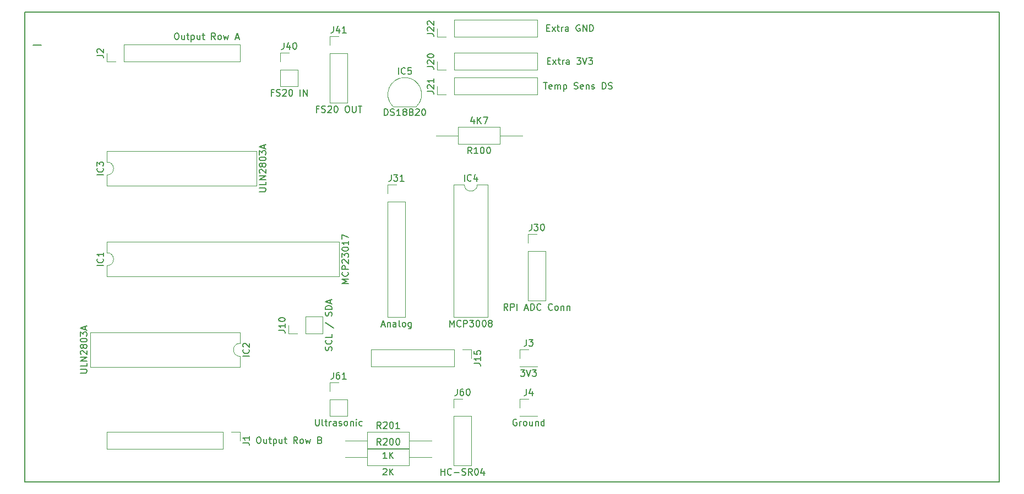
<source format=gbr>
G04 #@! TF.FileFunction,Legend,Top*
%FSLAX46Y46*%
G04 Gerber Fmt 4.6, Leading zero omitted, Abs format (unit mm)*
G04 Created by KiCad (PCBNEW 4.0.7) date Monday, 16. July 2018 'u49' 18:49:17*
%MOMM*%
%LPD*%
G01*
G04 APERTURE LIST*
%ADD10C,0.100000*%
%ADD11C,0.150000*%
%ADD12C,0.120000*%
G04 APERTURE END LIST*
D10*
D11*
X194310000Y-25400000D02*
X50800000Y-25400000D01*
X44450000Y-25400000D02*
X194310000Y-25400000D01*
X44450000Y-26670000D02*
X44450000Y-25400000D01*
X44450000Y-27940000D02*
X44450000Y-26670000D01*
X44450000Y-97790000D02*
X44450000Y-27940000D01*
X194310000Y-97790000D02*
X44450000Y-97790000D01*
X194310000Y-25400000D02*
X194310000Y-97790000D01*
X45720000Y-30480000D02*
X46990000Y-30480000D01*
D12*
X57090000Y-62500000D02*
G75*
G02X57090000Y-64500000I0J-1000000D01*
G01*
X57090000Y-64500000D02*
X57090000Y-66150000D01*
X57090000Y-66150000D02*
X92770000Y-66150000D01*
X92770000Y-66150000D02*
X92770000Y-60850000D01*
X92770000Y-60850000D02*
X57090000Y-60850000D01*
X57090000Y-60850000D02*
X57090000Y-62500000D01*
X77530000Y-78470000D02*
G75*
G02X77530000Y-76470000I0J1000000D01*
G01*
X77530000Y-76470000D02*
X77530000Y-74820000D01*
X77530000Y-74820000D02*
X54550000Y-74820000D01*
X54550000Y-74820000D02*
X54550000Y-80120000D01*
X54550000Y-80120000D02*
X77530000Y-80120000D01*
X77530000Y-80120000D02*
X77530000Y-78470000D01*
X57090000Y-48530000D02*
G75*
G02X57090000Y-50530000I0J-1000000D01*
G01*
X57090000Y-50530000D02*
X57090000Y-52180000D01*
X57090000Y-52180000D02*
X80070000Y-52180000D01*
X80070000Y-52180000D02*
X80070000Y-46880000D01*
X80070000Y-46880000D02*
X57090000Y-46880000D01*
X57090000Y-46880000D02*
X57090000Y-48530000D01*
X114030000Y-52010000D02*
G75*
G02X112030000Y-52010000I-1000000J0D01*
G01*
X112030000Y-52010000D02*
X110380000Y-52010000D01*
X110380000Y-52010000D02*
X110380000Y-72450000D01*
X110380000Y-72450000D02*
X115680000Y-72450000D01*
X115680000Y-72450000D02*
X115680000Y-52010000D01*
X115680000Y-52010000D02*
X114030000Y-52010000D01*
X101070000Y-39950000D02*
X104670000Y-39950000D01*
X101031522Y-39938478D02*
G75*
G02X102870000Y-35500000I1838478J1838478D01*
G01*
X104708478Y-39938478D02*
G75*
G03X102870000Y-35500000I-1838478J1838478D01*
G01*
X57090000Y-90110000D02*
X57090000Y-92770000D01*
X74930000Y-90110000D02*
X57090000Y-90110000D01*
X74930000Y-92770000D02*
X57090000Y-92770000D01*
X74930000Y-90110000D02*
X74930000Y-92770000D01*
X76200000Y-90110000D02*
X77530000Y-90110000D01*
X77530000Y-90110000D02*
X77530000Y-91440000D01*
X77530000Y-33080000D02*
X77530000Y-30420000D01*
X59690000Y-33080000D02*
X77530000Y-33080000D01*
X59690000Y-30420000D02*
X77530000Y-30420000D01*
X59690000Y-33080000D02*
X59690000Y-30420000D01*
X58420000Y-33080000D02*
X57090000Y-33080000D01*
X57090000Y-33080000D02*
X57090000Y-31750000D01*
X120590000Y-80070000D02*
X123250000Y-80070000D01*
X120590000Y-80010000D02*
X120590000Y-80070000D01*
X123250000Y-80010000D02*
X123250000Y-80070000D01*
X120590000Y-80010000D02*
X123250000Y-80010000D01*
X120590000Y-78740000D02*
X120590000Y-77410000D01*
X120590000Y-77410000D02*
X121920000Y-77410000D01*
X90230000Y-74990000D02*
X90230000Y-72330000D01*
X87630000Y-74990000D02*
X90230000Y-74990000D01*
X87630000Y-72330000D02*
X90230000Y-72330000D01*
X87630000Y-74990000D02*
X87630000Y-72330000D01*
X86360000Y-74990000D02*
X85030000Y-74990000D01*
X85030000Y-74990000D02*
X85030000Y-73660000D01*
X97730000Y-77410000D02*
X97730000Y-80070000D01*
X110490000Y-77410000D02*
X97730000Y-77410000D01*
X110490000Y-80070000D02*
X97730000Y-80070000D01*
X110490000Y-77410000D02*
X110490000Y-80070000D01*
X111760000Y-77410000D02*
X113090000Y-77410000D01*
X113090000Y-77410000D02*
X113090000Y-78740000D01*
X123250000Y-34350000D02*
X123250000Y-31690000D01*
X110490000Y-34350000D02*
X123250000Y-34350000D01*
X110490000Y-31690000D02*
X123250000Y-31690000D01*
X110490000Y-34350000D02*
X110490000Y-31690000D01*
X109220000Y-34350000D02*
X107890000Y-34350000D01*
X107890000Y-34350000D02*
X107890000Y-33020000D01*
X123250000Y-38160000D02*
X123250000Y-35500000D01*
X110490000Y-38160000D02*
X123250000Y-38160000D01*
X110490000Y-35500000D02*
X123250000Y-35500000D01*
X110490000Y-38160000D02*
X110490000Y-35500000D01*
X109220000Y-38160000D02*
X107890000Y-38160000D01*
X107890000Y-38160000D02*
X107890000Y-36830000D01*
X123250000Y-29270000D02*
X123250000Y-26610000D01*
X110490000Y-29270000D02*
X123250000Y-29270000D01*
X110490000Y-26610000D02*
X123250000Y-26610000D01*
X110490000Y-29270000D02*
X110490000Y-26610000D01*
X109220000Y-29270000D02*
X107890000Y-29270000D01*
X107890000Y-29270000D02*
X107890000Y-27940000D01*
X121860000Y-69910000D02*
X124520000Y-69910000D01*
X121860000Y-62230000D02*
X121860000Y-69910000D01*
X124520000Y-62230000D02*
X124520000Y-69910000D01*
X121860000Y-62230000D02*
X124520000Y-62230000D01*
X121860000Y-60960000D02*
X121860000Y-59630000D01*
X121860000Y-59630000D02*
X123190000Y-59630000D01*
X100270000Y-72450000D02*
X102930000Y-72450000D01*
X100270000Y-54610000D02*
X100270000Y-72450000D01*
X102930000Y-54610000D02*
X102930000Y-72450000D01*
X100270000Y-54610000D02*
X102930000Y-54610000D01*
X100270000Y-53340000D02*
X100270000Y-52010000D01*
X100270000Y-52010000D02*
X101600000Y-52010000D01*
X83760000Y-36890000D02*
X86420000Y-36890000D01*
X83760000Y-34290000D02*
X83760000Y-36890000D01*
X86420000Y-34290000D02*
X86420000Y-36890000D01*
X83760000Y-34290000D02*
X86420000Y-34290000D01*
X83760000Y-33020000D02*
X83760000Y-31690000D01*
X83760000Y-31690000D02*
X85090000Y-31690000D01*
X91380000Y-31750000D02*
X91380000Y-39430000D01*
X91380000Y-39430000D02*
X94040000Y-39430000D01*
X94040000Y-39430000D02*
X94040000Y-31750000D01*
X94040000Y-31750000D02*
X91380000Y-31750000D01*
X91380000Y-30480000D02*
X91380000Y-29150000D01*
X91380000Y-29150000D02*
X92710000Y-29150000D01*
X110430000Y-95310000D02*
X113090000Y-95310000D01*
X110430000Y-87630000D02*
X110430000Y-95310000D01*
X113090000Y-87630000D02*
X113090000Y-95310000D01*
X110430000Y-87630000D02*
X113090000Y-87630000D01*
X110430000Y-86360000D02*
X110430000Y-85030000D01*
X110430000Y-85030000D02*
X111760000Y-85030000D01*
X91380000Y-87690000D02*
X94040000Y-87690000D01*
X91380000Y-85090000D02*
X91380000Y-87690000D01*
X94040000Y-85090000D02*
X94040000Y-87690000D01*
X91380000Y-85090000D02*
X94040000Y-85090000D01*
X91380000Y-83820000D02*
X91380000Y-82490000D01*
X91380000Y-82490000D02*
X92710000Y-82490000D01*
X117510000Y-45760000D02*
X117510000Y-43140000D01*
X117510000Y-43140000D02*
X111090000Y-43140000D01*
X111090000Y-43140000D02*
X111090000Y-45760000D01*
X111090000Y-45760000D02*
X117510000Y-45760000D01*
X120940000Y-44450000D02*
X117510000Y-44450000D01*
X107660000Y-44450000D02*
X111090000Y-44450000D01*
X97120000Y-92670000D02*
X97120000Y-95290000D01*
X97120000Y-95290000D02*
X103540000Y-95290000D01*
X103540000Y-95290000D02*
X103540000Y-92670000D01*
X103540000Y-92670000D02*
X97120000Y-92670000D01*
X93690000Y-93980000D02*
X97120000Y-93980000D01*
X106970000Y-93980000D02*
X103540000Y-93980000D01*
X97120000Y-90130000D02*
X97120000Y-92750000D01*
X97120000Y-92750000D02*
X103540000Y-92750000D01*
X103540000Y-92750000D02*
X103540000Y-90130000D01*
X103540000Y-90130000D02*
X97120000Y-90130000D01*
X93690000Y-91440000D02*
X97120000Y-91440000D01*
X106970000Y-91440000D02*
X103540000Y-91440000D01*
X120590000Y-87690000D02*
X123250000Y-87690000D01*
X120590000Y-87630000D02*
X120590000Y-87690000D01*
X123250000Y-87630000D02*
X123250000Y-87690000D01*
X120590000Y-87630000D02*
X123250000Y-87630000D01*
X120590000Y-86360000D02*
X120590000Y-85030000D01*
X120590000Y-85030000D02*
X121920000Y-85030000D01*
D11*
X56542381Y-64476190D02*
X55542381Y-64476190D01*
X56447143Y-63428571D02*
X56494762Y-63476190D01*
X56542381Y-63619047D01*
X56542381Y-63714285D01*
X56494762Y-63857143D01*
X56399524Y-63952381D01*
X56304286Y-64000000D01*
X56113810Y-64047619D01*
X55970952Y-64047619D01*
X55780476Y-64000000D01*
X55685238Y-63952381D01*
X55590000Y-63857143D01*
X55542381Y-63714285D01*
X55542381Y-63619047D01*
X55590000Y-63476190D01*
X55637619Y-63428571D01*
X56542381Y-62476190D02*
X56542381Y-63047619D01*
X56542381Y-62761905D02*
X55542381Y-62761905D01*
X55685238Y-62857143D01*
X55780476Y-62952381D01*
X55828095Y-63047619D01*
X94222381Y-67214286D02*
X93222381Y-67214286D01*
X93936667Y-66880952D01*
X93222381Y-66547619D01*
X94222381Y-66547619D01*
X94127143Y-65500000D02*
X94174762Y-65547619D01*
X94222381Y-65690476D01*
X94222381Y-65785714D01*
X94174762Y-65928572D01*
X94079524Y-66023810D01*
X93984286Y-66071429D01*
X93793810Y-66119048D01*
X93650952Y-66119048D01*
X93460476Y-66071429D01*
X93365238Y-66023810D01*
X93270000Y-65928572D01*
X93222381Y-65785714D01*
X93222381Y-65690476D01*
X93270000Y-65547619D01*
X93317619Y-65500000D01*
X94222381Y-65071429D02*
X93222381Y-65071429D01*
X93222381Y-64690476D01*
X93270000Y-64595238D01*
X93317619Y-64547619D01*
X93412857Y-64500000D01*
X93555714Y-64500000D01*
X93650952Y-64547619D01*
X93698571Y-64595238D01*
X93746190Y-64690476D01*
X93746190Y-65071429D01*
X93317619Y-64119048D02*
X93270000Y-64071429D01*
X93222381Y-63976191D01*
X93222381Y-63738095D01*
X93270000Y-63642857D01*
X93317619Y-63595238D01*
X93412857Y-63547619D01*
X93508095Y-63547619D01*
X93650952Y-63595238D01*
X94222381Y-64166667D01*
X94222381Y-63547619D01*
X93222381Y-63214286D02*
X93222381Y-62595238D01*
X93603333Y-62928572D01*
X93603333Y-62785714D01*
X93650952Y-62690476D01*
X93698571Y-62642857D01*
X93793810Y-62595238D01*
X94031905Y-62595238D01*
X94127143Y-62642857D01*
X94174762Y-62690476D01*
X94222381Y-62785714D01*
X94222381Y-63071429D01*
X94174762Y-63166667D01*
X94127143Y-63214286D01*
X93222381Y-61976191D02*
X93222381Y-61880952D01*
X93270000Y-61785714D01*
X93317619Y-61738095D01*
X93412857Y-61690476D01*
X93603333Y-61642857D01*
X93841429Y-61642857D01*
X94031905Y-61690476D01*
X94127143Y-61738095D01*
X94174762Y-61785714D01*
X94222381Y-61880952D01*
X94222381Y-61976191D01*
X94174762Y-62071429D01*
X94127143Y-62119048D01*
X94031905Y-62166667D01*
X93841429Y-62214286D01*
X93603333Y-62214286D01*
X93412857Y-62166667D01*
X93317619Y-62119048D01*
X93270000Y-62071429D01*
X93222381Y-61976191D01*
X94222381Y-60690476D02*
X94222381Y-61261905D01*
X94222381Y-60976191D02*
X93222381Y-60976191D01*
X93365238Y-61071429D01*
X93460476Y-61166667D01*
X93508095Y-61261905D01*
X93222381Y-60357143D02*
X93222381Y-59690476D01*
X94222381Y-60119048D01*
X78982381Y-78446190D02*
X77982381Y-78446190D01*
X78887143Y-77398571D02*
X78934762Y-77446190D01*
X78982381Y-77589047D01*
X78982381Y-77684285D01*
X78934762Y-77827143D01*
X78839524Y-77922381D01*
X78744286Y-77970000D01*
X78553810Y-78017619D01*
X78410952Y-78017619D01*
X78220476Y-77970000D01*
X78125238Y-77922381D01*
X78030000Y-77827143D01*
X77982381Y-77684285D01*
X77982381Y-77589047D01*
X78030000Y-77446190D01*
X78077619Y-77398571D01*
X78077619Y-77017619D02*
X78030000Y-76970000D01*
X77982381Y-76874762D01*
X77982381Y-76636666D01*
X78030000Y-76541428D01*
X78077619Y-76493809D01*
X78172857Y-76446190D01*
X78268095Y-76446190D01*
X78410952Y-76493809D01*
X78982381Y-77065238D01*
X78982381Y-76446190D01*
X53002381Y-81017619D02*
X53811905Y-81017619D01*
X53907143Y-80970000D01*
X53954762Y-80922381D01*
X54002381Y-80827143D01*
X54002381Y-80636666D01*
X53954762Y-80541428D01*
X53907143Y-80493809D01*
X53811905Y-80446190D01*
X53002381Y-80446190D01*
X54002381Y-79493809D02*
X54002381Y-79970000D01*
X53002381Y-79970000D01*
X54002381Y-79160476D02*
X53002381Y-79160476D01*
X54002381Y-78589047D01*
X53002381Y-78589047D01*
X53097619Y-78160476D02*
X53050000Y-78112857D01*
X53002381Y-78017619D01*
X53002381Y-77779523D01*
X53050000Y-77684285D01*
X53097619Y-77636666D01*
X53192857Y-77589047D01*
X53288095Y-77589047D01*
X53430952Y-77636666D01*
X54002381Y-78208095D01*
X54002381Y-77589047D01*
X53430952Y-77017619D02*
X53383333Y-77112857D01*
X53335714Y-77160476D01*
X53240476Y-77208095D01*
X53192857Y-77208095D01*
X53097619Y-77160476D01*
X53050000Y-77112857D01*
X53002381Y-77017619D01*
X53002381Y-76827142D01*
X53050000Y-76731904D01*
X53097619Y-76684285D01*
X53192857Y-76636666D01*
X53240476Y-76636666D01*
X53335714Y-76684285D01*
X53383333Y-76731904D01*
X53430952Y-76827142D01*
X53430952Y-77017619D01*
X53478571Y-77112857D01*
X53526190Y-77160476D01*
X53621429Y-77208095D01*
X53811905Y-77208095D01*
X53907143Y-77160476D01*
X53954762Y-77112857D01*
X54002381Y-77017619D01*
X54002381Y-76827142D01*
X53954762Y-76731904D01*
X53907143Y-76684285D01*
X53811905Y-76636666D01*
X53621429Y-76636666D01*
X53526190Y-76684285D01*
X53478571Y-76731904D01*
X53430952Y-76827142D01*
X53002381Y-76017619D02*
X53002381Y-75922380D01*
X53050000Y-75827142D01*
X53097619Y-75779523D01*
X53192857Y-75731904D01*
X53383333Y-75684285D01*
X53621429Y-75684285D01*
X53811905Y-75731904D01*
X53907143Y-75779523D01*
X53954762Y-75827142D01*
X54002381Y-75922380D01*
X54002381Y-76017619D01*
X53954762Y-76112857D01*
X53907143Y-76160476D01*
X53811905Y-76208095D01*
X53621429Y-76255714D01*
X53383333Y-76255714D01*
X53192857Y-76208095D01*
X53097619Y-76160476D01*
X53050000Y-76112857D01*
X53002381Y-76017619D01*
X53002381Y-75350952D02*
X53002381Y-74731904D01*
X53383333Y-75065238D01*
X53383333Y-74922380D01*
X53430952Y-74827142D01*
X53478571Y-74779523D01*
X53573810Y-74731904D01*
X53811905Y-74731904D01*
X53907143Y-74779523D01*
X53954762Y-74827142D01*
X54002381Y-74922380D01*
X54002381Y-75208095D01*
X53954762Y-75303333D01*
X53907143Y-75350952D01*
X53716667Y-74350952D02*
X53716667Y-73874761D01*
X54002381Y-74446190D02*
X53002381Y-74112857D01*
X54002381Y-73779523D01*
X56542381Y-50506190D02*
X55542381Y-50506190D01*
X56447143Y-49458571D02*
X56494762Y-49506190D01*
X56542381Y-49649047D01*
X56542381Y-49744285D01*
X56494762Y-49887143D01*
X56399524Y-49982381D01*
X56304286Y-50030000D01*
X56113810Y-50077619D01*
X55970952Y-50077619D01*
X55780476Y-50030000D01*
X55685238Y-49982381D01*
X55590000Y-49887143D01*
X55542381Y-49744285D01*
X55542381Y-49649047D01*
X55590000Y-49506190D01*
X55637619Y-49458571D01*
X55542381Y-49125238D02*
X55542381Y-48506190D01*
X55923333Y-48839524D01*
X55923333Y-48696666D01*
X55970952Y-48601428D01*
X56018571Y-48553809D01*
X56113810Y-48506190D01*
X56351905Y-48506190D01*
X56447143Y-48553809D01*
X56494762Y-48601428D01*
X56542381Y-48696666D01*
X56542381Y-48982381D01*
X56494762Y-49077619D01*
X56447143Y-49125238D01*
X80522381Y-53077619D02*
X81331905Y-53077619D01*
X81427143Y-53030000D01*
X81474762Y-52982381D01*
X81522381Y-52887143D01*
X81522381Y-52696666D01*
X81474762Y-52601428D01*
X81427143Y-52553809D01*
X81331905Y-52506190D01*
X80522381Y-52506190D01*
X81522381Y-51553809D02*
X81522381Y-52030000D01*
X80522381Y-52030000D01*
X81522381Y-51220476D02*
X80522381Y-51220476D01*
X81522381Y-50649047D01*
X80522381Y-50649047D01*
X80617619Y-50220476D02*
X80570000Y-50172857D01*
X80522381Y-50077619D01*
X80522381Y-49839523D01*
X80570000Y-49744285D01*
X80617619Y-49696666D01*
X80712857Y-49649047D01*
X80808095Y-49649047D01*
X80950952Y-49696666D01*
X81522381Y-50268095D01*
X81522381Y-49649047D01*
X80950952Y-49077619D02*
X80903333Y-49172857D01*
X80855714Y-49220476D01*
X80760476Y-49268095D01*
X80712857Y-49268095D01*
X80617619Y-49220476D01*
X80570000Y-49172857D01*
X80522381Y-49077619D01*
X80522381Y-48887142D01*
X80570000Y-48791904D01*
X80617619Y-48744285D01*
X80712857Y-48696666D01*
X80760476Y-48696666D01*
X80855714Y-48744285D01*
X80903333Y-48791904D01*
X80950952Y-48887142D01*
X80950952Y-49077619D01*
X80998571Y-49172857D01*
X81046190Y-49220476D01*
X81141429Y-49268095D01*
X81331905Y-49268095D01*
X81427143Y-49220476D01*
X81474762Y-49172857D01*
X81522381Y-49077619D01*
X81522381Y-48887142D01*
X81474762Y-48791904D01*
X81427143Y-48744285D01*
X81331905Y-48696666D01*
X81141429Y-48696666D01*
X81046190Y-48744285D01*
X80998571Y-48791904D01*
X80950952Y-48887142D01*
X80522381Y-48077619D02*
X80522381Y-47982380D01*
X80570000Y-47887142D01*
X80617619Y-47839523D01*
X80712857Y-47791904D01*
X80903333Y-47744285D01*
X81141429Y-47744285D01*
X81331905Y-47791904D01*
X81427143Y-47839523D01*
X81474762Y-47887142D01*
X81522381Y-47982380D01*
X81522381Y-48077619D01*
X81474762Y-48172857D01*
X81427143Y-48220476D01*
X81331905Y-48268095D01*
X81141429Y-48315714D01*
X80903333Y-48315714D01*
X80712857Y-48268095D01*
X80617619Y-48220476D01*
X80570000Y-48172857D01*
X80522381Y-48077619D01*
X80522381Y-47410952D02*
X80522381Y-46791904D01*
X80903333Y-47125238D01*
X80903333Y-46982380D01*
X80950952Y-46887142D01*
X80998571Y-46839523D01*
X81093810Y-46791904D01*
X81331905Y-46791904D01*
X81427143Y-46839523D01*
X81474762Y-46887142D01*
X81522381Y-46982380D01*
X81522381Y-47268095D01*
X81474762Y-47363333D01*
X81427143Y-47410952D01*
X81236667Y-46410952D02*
X81236667Y-45934761D01*
X81522381Y-46506190D02*
X80522381Y-46172857D01*
X81522381Y-45839523D01*
X112053810Y-51462381D02*
X112053810Y-50462381D01*
X113101429Y-51367143D02*
X113053810Y-51414762D01*
X112910953Y-51462381D01*
X112815715Y-51462381D01*
X112672857Y-51414762D01*
X112577619Y-51319524D01*
X112530000Y-51224286D01*
X112482381Y-51033810D01*
X112482381Y-50890952D01*
X112530000Y-50700476D01*
X112577619Y-50605238D01*
X112672857Y-50510000D01*
X112815715Y-50462381D01*
X112910953Y-50462381D01*
X113053810Y-50510000D01*
X113101429Y-50557619D01*
X113958572Y-50795714D02*
X113958572Y-51462381D01*
X113720476Y-50414762D02*
X113482381Y-51129048D01*
X114101429Y-51129048D01*
X109791905Y-73902381D02*
X109791905Y-72902381D01*
X110125239Y-73616667D01*
X110458572Y-72902381D01*
X110458572Y-73902381D01*
X111506191Y-73807143D02*
X111458572Y-73854762D01*
X111315715Y-73902381D01*
X111220477Y-73902381D01*
X111077619Y-73854762D01*
X110982381Y-73759524D01*
X110934762Y-73664286D01*
X110887143Y-73473810D01*
X110887143Y-73330952D01*
X110934762Y-73140476D01*
X110982381Y-73045238D01*
X111077619Y-72950000D01*
X111220477Y-72902381D01*
X111315715Y-72902381D01*
X111458572Y-72950000D01*
X111506191Y-72997619D01*
X111934762Y-73902381D02*
X111934762Y-72902381D01*
X112315715Y-72902381D01*
X112410953Y-72950000D01*
X112458572Y-72997619D01*
X112506191Y-73092857D01*
X112506191Y-73235714D01*
X112458572Y-73330952D01*
X112410953Y-73378571D01*
X112315715Y-73426190D01*
X111934762Y-73426190D01*
X112839524Y-72902381D02*
X113458572Y-72902381D01*
X113125238Y-73283333D01*
X113268096Y-73283333D01*
X113363334Y-73330952D01*
X113410953Y-73378571D01*
X113458572Y-73473810D01*
X113458572Y-73711905D01*
X113410953Y-73807143D01*
X113363334Y-73854762D01*
X113268096Y-73902381D01*
X112982381Y-73902381D01*
X112887143Y-73854762D01*
X112839524Y-73807143D01*
X114077619Y-72902381D02*
X114172858Y-72902381D01*
X114268096Y-72950000D01*
X114315715Y-72997619D01*
X114363334Y-73092857D01*
X114410953Y-73283333D01*
X114410953Y-73521429D01*
X114363334Y-73711905D01*
X114315715Y-73807143D01*
X114268096Y-73854762D01*
X114172858Y-73902381D01*
X114077619Y-73902381D01*
X113982381Y-73854762D01*
X113934762Y-73807143D01*
X113887143Y-73711905D01*
X113839524Y-73521429D01*
X113839524Y-73283333D01*
X113887143Y-73092857D01*
X113934762Y-72997619D01*
X113982381Y-72950000D01*
X114077619Y-72902381D01*
X115030000Y-72902381D02*
X115125239Y-72902381D01*
X115220477Y-72950000D01*
X115268096Y-72997619D01*
X115315715Y-73092857D01*
X115363334Y-73283333D01*
X115363334Y-73521429D01*
X115315715Y-73711905D01*
X115268096Y-73807143D01*
X115220477Y-73854762D01*
X115125239Y-73902381D01*
X115030000Y-73902381D01*
X114934762Y-73854762D01*
X114887143Y-73807143D01*
X114839524Y-73711905D01*
X114791905Y-73521429D01*
X114791905Y-73283333D01*
X114839524Y-73092857D01*
X114887143Y-72997619D01*
X114934762Y-72950000D01*
X115030000Y-72902381D01*
X115934762Y-73330952D02*
X115839524Y-73283333D01*
X115791905Y-73235714D01*
X115744286Y-73140476D01*
X115744286Y-73092857D01*
X115791905Y-72997619D01*
X115839524Y-72950000D01*
X115934762Y-72902381D01*
X116125239Y-72902381D01*
X116220477Y-72950000D01*
X116268096Y-72997619D01*
X116315715Y-73092857D01*
X116315715Y-73140476D01*
X116268096Y-73235714D01*
X116220477Y-73283333D01*
X116125239Y-73330952D01*
X115934762Y-73330952D01*
X115839524Y-73378571D01*
X115791905Y-73426190D01*
X115744286Y-73521429D01*
X115744286Y-73711905D01*
X115791905Y-73807143D01*
X115839524Y-73854762D01*
X115934762Y-73902381D01*
X116125239Y-73902381D01*
X116220477Y-73854762D01*
X116268096Y-73807143D01*
X116315715Y-73711905D01*
X116315715Y-73521429D01*
X116268096Y-73426190D01*
X116220477Y-73378571D01*
X116125239Y-73330952D01*
X101893810Y-34992381D02*
X101893810Y-33992381D01*
X102941429Y-34897143D02*
X102893810Y-34944762D01*
X102750953Y-34992381D01*
X102655715Y-34992381D01*
X102512857Y-34944762D01*
X102417619Y-34849524D01*
X102370000Y-34754286D01*
X102322381Y-34563810D01*
X102322381Y-34420952D01*
X102370000Y-34230476D01*
X102417619Y-34135238D01*
X102512857Y-34040000D01*
X102655715Y-33992381D01*
X102750953Y-33992381D01*
X102893810Y-34040000D01*
X102941429Y-34087619D01*
X103846191Y-33992381D02*
X103370000Y-33992381D01*
X103322381Y-34468571D01*
X103370000Y-34420952D01*
X103465238Y-34373333D01*
X103703334Y-34373333D01*
X103798572Y-34420952D01*
X103846191Y-34468571D01*
X103893810Y-34563810D01*
X103893810Y-34801905D01*
X103846191Y-34897143D01*
X103798572Y-34944762D01*
X103703334Y-34992381D01*
X103465238Y-34992381D01*
X103370000Y-34944762D01*
X103322381Y-34897143D01*
X99727143Y-41342381D02*
X99727143Y-40342381D01*
X99965238Y-40342381D01*
X100108096Y-40390000D01*
X100203334Y-40485238D01*
X100250953Y-40580476D01*
X100298572Y-40770952D01*
X100298572Y-40913810D01*
X100250953Y-41104286D01*
X100203334Y-41199524D01*
X100108096Y-41294762D01*
X99965238Y-41342381D01*
X99727143Y-41342381D01*
X100679524Y-41294762D02*
X100822381Y-41342381D01*
X101060477Y-41342381D01*
X101155715Y-41294762D01*
X101203334Y-41247143D01*
X101250953Y-41151905D01*
X101250953Y-41056667D01*
X101203334Y-40961429D01*
X101155715Y-40913810D01*
X101060477Y-40866190D01*
X100870000Y-40818571D01*
X100774762Y-40770952D01*
X100727143Y-40723333D01*
X100679524Y-40628095D01*
X100679524Y-40532857D01*
X100727143Y-40437619D01*
X100774762Y-40390000D01*
X100870000Y-40342381D01*
X101108096Y-40342381D01*
X101250953Y-40390000D01*
X102203334Y-41342381D02*
X101631905Y-41342381D01*
X101917619Y-41342381D02*
X101917619Y-40342381D01*
X101822381Y-40485238D01*
X101727143Y-40580476D01*
X101631905Y-40628095D01*
X102774762Y-40770952D02*
X102679524Y-40723333D01*
X102631905Y-40675714D01*
X102584286Y-40580476D01*
X102584286Y-40532857D01*
X102631905Y-40437619D01*
X102679524Y-40390000D01*
X102774762Y-40342381D01*
X102965239Y-40342381D01*
X103060477Y-40390000D01*
X103108096Y-40437619D01*
X103155715Y-40532857D01*
X103155715Y-40580476D01*
X103108096Y-40675714D01*
X103060477Y-40723333D01*
X102965239Y-40770952D01*
X102774762Y-40770952D01*
X102679524Y-40818571D01*
X102631905Y-40866190D01*
X102584286Y-40961429D01*
X102584286Y-41151905D01*
X102631905Y-41247143D01*
X102679524Y-41294762D01*
X102774762Y-41342381D01*
X102965239Y-41342381D01*
X103060477Y-41294762D01*
X103108096Y-41247143D01*
X103155715Y-41151905D01*
X103155715Y-40961429D01*
X103108096Y-40866190D01*
X103060477Y-40818571D01*
X102965239Y-40770952D01*
X103917620Y-40818571D02*
X104060477Y-40866190D01*
X104108096Y-40913810D01*
X104155715Y-41009048D01*
X104155715Y-41151905D01*
X104108096Y-41247143D01*
X104060477Y-41294762D01*
X103965239Y-41342381D01*
X103584286Y-41342381D01*
X103584286Y-40342381D01*
X103917620Y-40342381D01*
X104012858Y-40390000D01*
X104060477Y-40437619D01*
X104108096Y-40532857D01*
X104108096Y-40628095D01*
X104060477Y-40723333D01*
X104012858Y-40770952D01*
X103917620Y-40818571D01*
X103584286Y-40818571D01*
X104536667Y-40437619D02*
X104584286Y-40390000D01*
X104679524Y-40342381D01*
X104917620Y-40342381D01*
X105012858Y-40390000D01*
X105060477Y-40437619D01*
X105108096Y-40532857D01*
X105108096Y-40628095D01*
X105060477Y-40770952D01*
X104489048Y-41342381D01*
X105108096Y-41342381D01*
X105727143Y-40342381D02*
X105822382Y-40342381D01*
X105917620Y-40390000D01*
X105965239Y-40437619D01*
X106012858Y-40532857D01*
X106060477Y-40723333D01*
X106060477Y-40961429D01*
X106012858Y-41151905D01*
X105965239Y-41247143D01*
X105917620Y-41294762D01*
X105822382Y-41342381D01*
X105727143Y-41342381D01*
X105631905Y-41294762D01*
X105584286Y-41247143D01*
X105536667Y-41151905D01*
X105489048Y-40961429D01*
X105489048Y-40723333D01*
X105536667Y-40532857D01*
X105584286Y-40437619D01*
X105631905Y-40390000D01*
X105727143Y-40342381D01*
X101893810Y-34992381D02*
X101893810Y-33992381D01*
X102941429Y-34897143D02*
X102893810Y-34944762D01*
X102750953Y-34992381D01*
X102655715Y-34992381D01*
X102512857Y-34944762D01*
X102417619Y-34849524D01*
X102370000Y-34754286D01*
X102322381Y-34563810D01*
X102322381Y-34420952D01*
X102370000Y-34230476D01*
X102417619Y-34135238D01*
X102512857Y-34040000D01*
X102655715Y-33992381D01*
X102750953Y-33992381D01*
X102893810Y-34040000D01*
X102941429Y-34087619D01*
X103846191Y-33992381D02*
X103370000Y-33992381D01*
X103322381Y-34468571D01*
X103370000Y-34420952D01*
X103465238Y-34373333D01*
X103703334Y-34373333D01*
X103798572Y-34420952D01*
X103846191Y-34468571D01*
X103893810Y-34563810D01*
X103893810Y-34801905D01*
X103846191Y-34897143D01*
X103798572Y-34944762D01*
X103703334Y-34992381D01*
X103465238Y-34992381D01*
X103370000Y-34944762D01*
X103322381Y-34897143D01*
X77982381Y-91773333D02*
X78696667Y-91773333D01*
X78839524Y-91820953D01*
X78934762Y-91916191D01*
X78982381Y-92059048D01*
X78982381Y-92154286D01*
X78982381Y-90773333D02*
X78982381Y-91344762D01*
X78982381Y-91059048D02*
X77982381Y-91059048D01*
X78125238Y-91154286D01*
X78220476Y-91249524D01*
X78268095Y-91344762D01*
X80328094Y-90892381D02*
X80518571Y-90892381D01*
X80613809Y-90940000D01*
X80709047Y-91035238D01*
X80756666Y-91225714D01*
X80756666Y-91559048D01*
X80709047Y-91749524D01*
X80613809Y-91844762D01*
X80518571Y-91892381D01*
X80328094Y-91892381D01*
X80232856Y-91844762D01*
X80137618Y-91749524D01*
X80089999Y-91559048D01*
X80089999Y-91225714D01*
X80137618Y-91035238D01*
X80232856Y-90940000D01*
X80328094Y-90892381D01*
X81613809Y-91225714D02*
X81613809Y-91892381D01*
X81185237Y-91225714D02*
X81185237Y-91749524D01*
X81232856Y-91844762D01*
X81328094Y-91892381D01*
X81470952Y-91892381D01*
X81566190Y-91844762D01*
X81613809Y-91797143D01*
X81947142Y-91225714D02*
X82328094Y-91225714D01*
X82089999Y-90892381D02*
X82089999Y-91749524D01*
X82137618Y-91844762D01*
X82232856Y-91892381D01*
X82328094Y-91892381D01*
X82661428Y-91225714D02*
X82661428Y-92225714D01*
X82661428Y-91273333D02*
X82756666Y-91225714D01*
X82947143Y-91225714D01*
X83042381Y-91273333D01*
X83090000Y-91320952D01*
X83137619Y-91416190D01*
X83137619Y-91701905D01*
X83090000Y-91797143D01*
X83042381Y-91844762D01*
X82947143Y-91892381D01*
X82756666Y-91892381D01*
X82661428Y-91844762D01*
X83994762Y-91225714D02*
X83994762Y-91892381D01*
X83566190Y-91225714D02*
X83566190Y-91749524D01*
X83613809Y-91844762D01*
X83709047Y-91892381D01*
X83851905Y-91892381D01*
X83947143Y-91844762D01*
X83994762Y-91797143D01*
X84328095Y-91225714D02*
X84709047Y-91225714D01*
X84470952Y-90892381D02*
X84470952Y-91749524D01*
X84518571Y-91844762D01*
X84613809Y-91892381D01*
X84709047Y-91892381D01*
X86375715Y-91892381D02*
X86042381Y-91416190D01*
X85804286Y-91892381D02*
X85804286Y-90892381D01*
X86185239Y-90892381D01*
X86280477Y-90940000D01*
X86328096Y-90987619D01*
X86375715Y-91082857D01*
X86375715Y-91225714D01*
X86328096Y-91320952D01*
X86280477Y-91368571D01*
X86185239Y-91416190D01*
X85804286Y-91416190D01*
X86947143Y-91892381D02*
X86851905Y-91844762D01*
X86804286Y-91797143D01*
X86756667Y-91701905D01*
X86756667Y-91416190D01*
X86804286Y-91320952D01*
X86851905Y-91273333D01*
X86947143Y-91225714D01*
X87090001Y-91225714D01*
X87185239Y-91273333D01*
X87232858Y-91320952D01*
X87280477Y-91416190D01*
X87280477Y-91701905D01*
X87232858Y-91797143D01*
X87185239Y-91844762D01*
X87090001Y-91892381D01*
X86947143Y-91892381D01*
X87613810Y-91225714D02*
X87804286Y-91892381D01*
X87994763Y-91416190D01*
X88185239Y-91892381D01*
X88375715Y-91225714D01*
X89851906Y-91368571D02*
X89994763Y-91416190D01*
X90042382Y-91463810D01*
X90090001Y-91559048D01*
X90090001Y-91701905D01*
X90042382Y-91797143D01*
X89994763Y-91844762D01*
X89899525Y-91892381D01*
X89518572Y-91892381D01*
X89518572Y-90892381D01*
X89851906Y-90892381D01*
X89947144Y-90940000D01*
X89994763Y-90987619D01*
X90042382Y-91082857D01*
X90042382Y-91178095D01*
X89994763Y-91273333D01*
X89947144Y-91320952D01*
X89851906Y-91368571D01*
X89518572Y-91368571D01*
X55542381Y-32083333D02*
X56256667Y-32083333D01*
X56399524Y-32130953D01*
X56494762Y-32226191D01*
X56542381Y-32369048D01*
X56542381Y-32464286D01*
X55637619Y-31654762D02*
X55590000Y-31607143D01*
X55542381Y-31511905D01*
X55542381Y-31273809D01*
X55590000Y-31178571D01*
X55637619Y-31130952D01*
X55732857Y-31083333D01*
X55828095Y-31083333D01*
X55970952Y-31130952D01*
X56542381Y-31702381D01*
X56542381Y-31083333D01*
X67699523Y-28662381D02*
X67890000Y-28662381D01*
X67985238Y-28710000D01*
X68080476Y-28805238D01*
X68128095Y-28995714D01*
X68128095Y-29329048D01*
X68080476Y-29519524D01*
X67985238Y-29614762D01*
X67890000Y-29662381D01*
X67699523Y-29662381D01*
X67604285Y-29614762D01*
X67509047Y-29519524D01*
X67461428Y-29329048D01*
X67461428Y-28995714D01*
X67509047Y-28805238D01*
X67604285Y-28710000D01*
X67699523Y-28662381D01*
X68985238Y-28995714D02*
X68985238Y-29662381D01*
X68556666Y-28995714D02*
X68556666Y-29519524D01*
X68604285Y-29614762D01*
X68699523Y-29662381D01*
X68842381Y-29662381D01*
X68937619Y-29614762D01*
X68985238Y-29567143D01*
X69318571Y-28995714D02*
X69699523Y-28995714D01*
X69461428Y-28662381D02*
X69461428Y-29519524D01*
X69509047Y-29614762D01*
X69604285Y-29662381D01*
X69699523Y-29662381D01*
X70032857Y-28995714D02*
X70032857Y-29995714D01*
X70032857Y-29043333D02*
X70128095Y-28995714D01*
X70318572Y-28995714D01*
X70413810Y-29043333D01*
X70461429Y-29090952D01*
X70509048Y-29186190D01*
X70509048Y-29471905D01*
X70461429Y-29567143D01*
X70413810Y-29614762D01*
X70318572Y-29662381D01*
X70128095Y-29662381D01*
X70032857Y-29614762D01*
X71366191Y-28995714D02*
X71366191Y-29662381D01*
X70937619Y-28995714D02*
X70937619Y-29519524D01*
X70985238Y-29614762D01*
X71080476Y-29662381D01*
X71223334Y-29662381D01*
X71318572Y-29614762D01*
X71366191Y-29567143D01*
X71699524Y-28995714D02*
X72080476Y-28995714D01*
X71842381Y-28662381D02*
X71842381Y-29519524D01*
X71890000Y-29614762D01*
X71985238Y-29662381D01*
X72080476Y-29662381D01*
X73747144Y-29662381D02*
X73413810Y-29186190D01*
X73175715Y-29662381D02*
X73175715Y-28662381D01*
X73556668Y-28662381D01*
X73651906Y-28710000D01*
X73699525Y-28757619D01*
X73747144Y-28852857D01*
X73747144Y-28995714D01*
X73699525Y-29090952D01*
X73651906Y-29138571D01*
X73556668Y-29186190D01*
X73175715Y-29186190D01*
X74318572Y-29662381D02*
X74223334Y-29614762D01*
X74175715Y-29567143D01*
X74128096Y-29471905D01*
X74128096Y-29186190D01*
X74175715Y-29090952D01*
X74223334Y-29043333D01*
X74318572Y-28995714D01*
X74461430Y-28995714D01*
X74556668Y-29043333D01*
X74604287Y-29090952D01*
X74651906Y-29186190D01*
X74651906Y-29471905D01*
X74604287Y-29567143D01*
X74556668Y-29614762D01*
X74461430Y-29662381D01*
X74318572Y-29662381D01*
X74985239Y-28995714D02*
X75175715Y-29662381D01*
X75366192Y-29186190D01*
X75556668Y-29662381D01*
X75747144Y-28995714D01*
X76842382Y-29376667D02*
X77318573Y-29376667D01*
X76747144Y-29662381D02*
X77080477Y-28662381D01*
X77413811Y-29662381D01*
X121586667Y-75862381D02*
X121586667Y-76576667D01*
X121539047Y-76719524D01*
X121443809Y-76814762D01*
X121300952Y-76862381D01*
X121205714Y-76862381D01*
X121967619Y-75862381D02*
X122586667Y-75862381D01*
X122253333Y-76243333D01*
X122396191Y-76243333D01*
X122491429Y-76290952D01*
X122539048Y-76338571D01*
X122586667Y-76433810D01*
X122586667Y-76671905D01*
X122539048Y-76767143D01*
X122491429Y-76814762D01*
X122396191Y-76862381D01*
X122110476Y-76862381D01*
X122015238Y-76814762D01*
X121967619Y-76767143D01*
X120681905Y-80522381D02*
X121300953Y-80522381D01*
X120967619Y-80903333D01*
X121110477Y-80903333D01*
X121205715Y-80950952D01*
X121253334Y-80998571D01*
X121300953Y-81093810D01*
X121300953Y-81331905D01*
X121253334Y-81427143D01*
X121205715Y-81474762D01*
X121110477Y-81522381D01*
X120824762Y-81522381D01*
X120729524Y-81474762D01*
X120681905Y-81427143D01*
X121586667Y-80522381D02*
X121920000Y-81522381D01*
X122253334Y-80522381D01*
X122491429Y-80522381D02*
X123110477Y-80522381D01*
X122777143Y-80903333D01*
X122920001Y-80903333D01*
X123015239Y-80950952D01*
X123062858Y-80998571D01*
X123110477Y-81093810D01*
X123110477Y-81331905D01*
X123062858Y-81427143D01*
X123015239Y-81474762D01*
X122920001Y-81522381D01*
X122634286Y-81522381D01*
X122539048Y-81474762D01*
X122491429Y-81427143D01*
X83482381Y-74469523D02*
X84196667Y-74469523D01*
X84339524Y-74517143D01*
X84434762Y-74612381D01*
X84482381Y-74755238D01*
X84482381Y-74850476D01*
X84482381Y-73469523D02*
X84482381Y-74040952D01*
X84482381Y-73755238D02*
X83482381Y-73755238D01*
X83625238Y-73850476D01*
X83720476Y-73945714D01*
X83768095Y-74040952D01*
X83482381Y-72850476D02*
X83482381Y-72755237D01*
X83530000Y-72659999D01*
X83577619Y-72612380D01*
X83672857Y-72564761D01*
X83863333Y-72517142D01*
X84101429Y-72517142D01*
X84291905Y-72564761D01*
X84387143Y-72612380D01*
X84434762Y-72659999D01*
X84482381Y-72755237D01*
X84482381Y-72850476D01*
X84434762Y-72945714D01*
X84387143Y-72993333D01*
X84291905Y-73040952D01*
X84101429Y-73088571D01*
X83863333Y-73088571D01*
X83672857Y-73040952D01*
X83577619Y-72993333D01*
X83530000Y-72945714D01*
X83482381Y-72850476D01*
X91634762Y-77540953D02*
X91682381Y-77398096D01*
X91682381Y-77160000D01*
X91634762Y-77064762D01*
X91587143Y-77017143D01*
X91491905Y-76969524D01*
X91396667Y-76969524D01*
X91301429Y-77017143D01*
X91253810Y-77064762D01*
X91206190Y-77160000D01*
X91158571Y-77350477D01*
X91110952Y-77445715D01*
X91063333Y-77493334D01*
X90968095Y-77540953D01*
X90872857Y-77540953D01*
X90777619Y-77493334D01*
X90730000Y-77445715D01*
X90682381Y-77350477D01*
X90682381Y-77112381D01*
X90730000Y-76969524D01*
X91587143Y-75969524D02*
X91634762Y-76017143D01*
X91682381Y-76160000D01*
X91682381Y-76255238D01*
X91634762Y-76398096D01*
X91539524Y-76493334D01*
X91444286Y-76540953D01*
X91253810Y-76588572D01*
X91110952Y-76588572D01*
X90920476Y-76540953D01*
X90825238Y-76493334D01*
X90730000Y-76398096D01*
X90682381Y-76255238D01*
X90682381Y-76160000D01*
X90730000Y-76017143D01*
X90777619Y-75969524D01*
X91682381Y-75064762D02*
X91682381Y-75540953D01*
X90682381Y-75540953D01*
X90634762Y-73255238D02*
X91920476Y-74112381D01*
X91634762Y-72207619D02*
X91682381Y-72064762D01*
X91682381Y-71826666D01*
X91634762Y-71731428D01*
X91587143Y-71683809D01*
X91491905Y-71636190D01*
X91396667Y-71636190D01*
X91301429Y-71683809D01*
X91253810Y-71731428D01*
X91206190Y-71826666D01*
X91158571Y-72017143D01*
X91110952Y-72112381D01*
X91063333Y-72160000D01*
X90968095Y-72207619D01*
X90872857Y-72207619D01*
X90777619Y-72160000D01*
X90730000Y-72112381D01*
X90682381Y-72017143D01*
X90682381Y-71779047D01*
X90730000Y-71636190D01*
X91682381Y-71207619D02*
X90682381Y-71207619D01*
X90682381Y-70969524D01*
X90730000Y-70826666D01*
X90825238Y-70731428D01*
X90920476Y-70683809D01*
X91110952Y-70636190D01*
X91253810Y-70636190D01*
X91444286Y-70683809D01*
X91539524Y-70731428D01*
X91634762Y-70826666D01*
X91682381Y-70969524D01*
X91682381Y-71207619D01*
X91396667Y-70255238D02*
X91396667Y-69779047D01*
X91682381Y-70350476D02*
X90682381Y-70017143D01*
X91682381Y-69683809D01*
X113542381Y-79549523D02*
X114256667Y-79549523D01*
X114399524Y-79597143D01*
X114494762Y-79692381D01*
X114542381Y-79835238D01*
X114542381Y-79930476D01*
X114542381Y-78549523D02*
X114542381Y-79120952D01*
X114542381Y-78835238D02*
X113542381Y-78835238D01*
X113685238Y-78930476D01*
X113780476Y-79025714D01*
X113828095Y-79120952D01*
X113542381Y-77644761D02*
X113542381Y-78120952D01*
X114018571Y-78168571D01*
X113970952Y-78120952D01*
X113923333Y-78025714D01*
X113923333Y-77787618D01*
X113970952Y-77692380D01*
X114018571Y-77644761D01*
X114113810Y-77597142D01*
X114351905Y-77597142D01*
X114447143Y-77644761D01*
X114494762Y-77692380D01*
X114542381Y-77787618D01*
X114542381Y-78025714D01*
X114494762Y-78120952D01*
X114447143Y-78168571D01*
X106342381Y-33829523D02*
X107056667Y-33829523D01*
X107199524Y-33877143D01*
X107294762Y-33972381D01*
X107342381Y-34115238D01*
X107342381Y-34210476D01*
X106437619Y-33400952D02*
X106390000Y-33353333D01*
X106342381Y-33258095D01*
X106342381Y-33019999D01*
X106390000Y-32924761D01*
X106437619Y-32877142D01*
X106532857Y-32829523D01*
X106628095Y-32829523D01*
X106770952Y-32877142D01*
X107342381Y-33448571D01*
X107342381Y-32829523D01*
X106342381Y-32210476D02*
X106342381Y-32115237D01*
X106390000Y-32019999D01*
X106437619Y-31972380D01*
X106532857Y-31924761D01*
X106723333Y-31877142D01*
X106961429Y-31877142D01*
X107151905Y-31924761D01*
X107247143Y-31972380D01*
X107294762Y-32019999D01*
X107342381Y-32115237D01*
X107342381Y-32210476D01*
X107294762Y-32305714D01*
X107247143Y-32353333D01*
X107151905Y-32400952D01*
X106961429Y-32448571D01*
X106723333Y-32448571D01*
X106532857Y-32400952D01*
X106437619Y-32353333D01*
X106390000Y-32305714D01*
X106342381Y-32210476D01*
X124841428Y-32948571D02*
X125174762Y-32948571D01*
X125317619Y-33472381D02*
X124841428Y-33472381D01*
X124841428Y-32472381D01*
X125317619Y-32472381D01*
X125650952Y-33472381D02*
X126174762Y-32805714D01*
X125650952Y-32805714D02*
X126174762Y-33472381D01*
X126412857Y-32805714D02*
X126793809Y-32805714D01*
X126555714Y-32472381D02*
X126555714Y-33329524D01*
X126603333Y-33424762D01*
X126698571Y-33472381D01*
X126793809Y-33472381D01*
X127127143Y-33472381D02*
X127127143Y-32805714D01*
X127127143Y-32996190D02*
X127174762Y-32900952D01*
X127222381Y-32853333D01*
X127317619Y-32805714D01*
X127412858Y-32805714D01*
X128174763Y-33472381D02*
X128174763Y-32948571D01*
X128127144Y-32853333D01*
X128031906Y-32805714D01*
X127841429Y-32805714D01*
X127746191Y-32853333D01*
X128174763Y-33424762D02*
X128079525Y-33472381D01*
X127841429Y-33472381D01*
X127746191Y-33424762D01*
X127698572Y-33329524D01*
X127698572Y-33234286D01*
X127746191Y-33139048D01*
X127841429Y-33091429D01*
X128079525Y-33091429D01*
X128174763Y-33043810D01*
X129317620Y-32472381D02*
X129936668Y-32472381D01*
X129603334Y-32853333D01*
X129746192Y-32853333D01*
X129841430Y-32900952D01*
X129889049Y-32948571D01*
X129936668Y-33043810D01*
X129936668Y-33281905D01*
X129889049Y-33377143D01*
X129841430Y-33424762D01*
X129746192Y-33472381D01*
X129460477Y-33472381D01*
X129365239Y-33424762D01*
X129317620Y-33377143D01*
X130222382Y-32472381D02*
X130555715Y-33472381D01*
X130889049Y-32472381D01*
X131127144Y-32472381D02*
X131746192Y-32472381D01*
X131412858Y-32853333D01*
X131555716Y-32853333D01*
X131650954Y-32900952D01*
X131698573Y-32948571D01*
X131746192Y-33043810D01*
X131746192Y-33281905D01*
X131698573Y-33377143D01*
X131650954Y-33424762D01*
X131555716Y-33472381D01*
X131270001Y-33472381D01*
X131174763Y-33424762D01*
X131127144Y-33377143D01*
X106342381Y-37639523D02*
X107056667Y-37639523D01*
X107199524Y-37687143D01*
X107294762Y-37782381D01*
X107342381Y-37925238D01*
X107342381Y-38020476D01*
X106437619Y-37210952D02*
X106390000Y-37163333D01*
X106342381Y-37068095D01*
X106342381Y-36829999D01*
X106390000Y-36734761D01*
X106437619Y-36687142D01*
X106532857Y-36639523D01*
X106628095Y-36639523D01*
X106770952Y-36687142D01*
X107342381Y-37258571D01*
X107342381Y-36639523D01*
X107342381Y-35687142D02*
X107342381Y-36258571D01*
X107342381Y-35972857D02*
X106342381Y-35972857D01*
X106485238Y-36068095D01*
X106580476Y-36163333D01*
X106628095Y-36258571D01*
X124206666Y-36282381D02*
X124778095Y-36282381D01*
X124492380Y-37282381D02*
X124492380Y-36282381D01*
X125492381Y-37234762D02*
X125397143Y-37282381D01*
X125206666Y-37282381D01*
X125111428Y-37234762D01*
X125063809Y-37139524D01*
X125063809Y-36758571D01*
X125111428Y-36663333D01*
X125206666Y-36615714D01*
X125397143Y-36615714D01*
X125492381Y-36663333D01*
X125540000Y-36758571D01*
X125540000Y-36853810D01*
X125063809Y-36949048D01*
X125968571Y-37282381D02*
X125968571Y-36615714D01*
X125968571Y-36710952D02*
X126016190Y-36663333D01*
X126111428Y-36615714D01*
X126254286Y-36615714D01*
X126349524Y-36663333D01*
X126397143Y-36758571D01*
X126397143Y-37282381D01*
X126397143Y-36758571D02*
X126444762Y-36663333D01*
X126540000Y-36615714D01*
X126682857Y-36615714D01*
X126778095Y-36663333D01*
X126825714Y-36758571D01*
X126825714Y-37282381D01*
X127301904Y-36615714D02*
X127301904Y-37615714D01*
X127301904Y-36663333D02*
X127397142Y-36615714D01*
X127587619Y-36615714D01*
X127682857Y-36663333D01*
X127730476Y-36710952D01*
X127778095Y-36806190D01*
X127778095Y-37091905D01*
X127730476Y-37187143D01*
X127682857Y-37234762D01*
X127587619Y-37282381D01*
X127397142Y-37282381D01*
X127301904Y-37234762D01*
X128920952Y-37234762D02*
X129063809Y-37282381D01*
X129301905Y-37282381D01*
X129397143Y-37234762D01*
X129444762Y-37187143D01*
X129492381Y-37091905D01*
X129492381Y-36996667D01*
X129444762Y-36901429D01*
X129397143Y-36853810D01*
X129301905Y-36806190D01*
X129111428Y-36758571D01*
X129016190Y-36710952D01*
X128968571Y-36663333D01*
X128920952Y-36568095D01*
X128920952Y-36472857D01*
X128968571Y-36377619D01*
X129016190Y-36330000D01*
X129111428Y-36282381D01*
X129349524Y-36282381D01*
X129492381Y-36330000D01*
X130301905Y-37234762D02*
X130206667Y-37282381D01*
X130016190Y-37282381D01*
X129920952Y-37234762D01*
X129873333Y-37139524D01*
X129873333Y-36758571D01*
X129920952Y-36663333D01*
X130016190Y-36615714D01*
X130206667Y-36615714D01*
X130301905Y-36663333D01*
X130349524Y-36758571D01*
X130349524Y-36853810D01*
X129873333Y-36949048D01*
X130778095Y-36615714D02*
X130778095Y-37282381D01*
X130778095Y-36710952D02*
X130825714Y-36663333D01*
X130920952Y-36615714D01*
X131063810Y-36615714D01*
X131159048Y-36663333D01*
X131206667Y-36758571D01*
X131206667Y-37282381D01*
X131635238Y-37234762D02*
X131730476Y-37282381D01*
X131920952Y-37282381D01*
X132016191Y-37234762D01*
X132063810Y-37139524D01*
X132063810Y-37091905D01*
X132016191Y-36996667D01*
X131920952Y-36949048D01*
X131778095Y-36949048D01*
X131682857Y-36901429D01*
X131635238Y-36806190D01*
X131635238Y-36758571D01*
X131682857Y-36663333D01*
X131778095Y-36615714D01*
X131920952Y-36615714D01*
X132016191Y-36663333D01*
X133254286Y-37282381D02*
X133254286Y-36282381D01*
X133492381Y-36282381D01*
X133635239Y-36330000D01*
X133730477Y-36425238D01*
X133778096Y-36520476D01*
X133825715Y-36710952D01*
X133825715Y-36853810D01*
X133778096Y-37044286D01*
X133730477Y-37139524D01*
X133635239Y-37234762D01*
X133492381Y-37282381D01*
X133254286Y-37282381D01*
X134206667Y-37234762D02*
X134349524Y-37282381D01*
X134587620Y-37282381D01*
X134682858Y-37234762D01*
X134730477Y-37187143D01*
X134778096Y-37091905D01*
X134778096Y-36996667D01*
X134730477Y-36901429D01*
X134682858Y-36853810D01*
X134587620Y-36806190D01*
X134397143Y-36758571D01*
X134301905Y-36710952D01*
X134254286Y-36663333D01*
X134206667Y-36568095D01*
X134206667Y-36472857D01*
X134254286Y-36377619D01*
X134301905Y-36330000D01*
X134397143Y-36282381D01*
X134635239Y-36282381D01*
X134778096Y-36330000D01*
X106342381Y-28749523D02*
X107056667Y-28749523D01*
X107199524Y-28797143D01*
X107294762Y-28892381D01*
X107342381Y-29035238D01*
X107342381Y-29130476D01*
X106437619Y-28320952D02*
X106390000Y-28273333D01*
X106342381Y-28178095D01*
X106342381Y-27939999D01*
X106390000Y-27844761D01*
X106437619Y-27797142D01*
X106532857Y-27749523D01*
X106628095Y-27749523D01*
X106770952Y-27797142D01*
X107342381Y-28368571D01*
X107342381Y-27749523D01*
X106437619Y-27368571D02*
X106390000Y-27320952D01*
X106342381Y-27225714D01*
X106342381Y-26987618D01*
X106390000Y-26892380D01*
X106437619Y-26844761D01*
X106532857Y-26797142D01*
X106628095Y-26797142D01*
X106770952Y-26844761D01*
X107342381Y-27416190D01*
X107342381Y-26797142D01*
X124698571Y-27868571D02*
X125031905Y-27868571D01*
X125174762Y-28392381D02*
X124698571Y-28392381D01*
X124698571Y-27392381D01*
X125174762Y-27392381D01*
X125508095Y-28392381D02*
X126031905Y-27725714D01*
X125508095Y-27725714D02*
X126031905Y-28392381D01*
X126270000Y-27725714D02*
X126650952Y-27725714D01*
X126412857Y-27392381D02*
X126412857Y-28249524D01*
X126460476Y-28344762D01*
X126555714Y-28392381D01*
X126650952Y-28392381D01*
X126984286Y-28392381D02*
X126984286Y-27725714D01*
X126984286Y-27916190D02*
X127031905Y-27820952D01*
X127079524Y-27773333D01*
X127174762Y-27725714D01*
X127270001Y-27725714D01*
X128031906Y-28392381D02*
X128031906Y-27868571D01*
X127984287Y-27773333D01*
X127889049Y-27725714D01*
X127698572Y-27725714D01*
X127603334Y-27773333D01*
X128031906Y-28344762D02*
X127936668Y-28392381D01*
X127698572Y-28392381D01*
X127603334Y-28344762D01*
X127555715Y-28249524D01*
X127555715Y-28154286D01*
X127603334Y-28059048D01*
X127698572Y-28011429D01*
X127936668Y-28011429D01*
X128031906Y-27963810D01*
X129793811Y-27440000D02*
X129698573Y-27392381D01*
X129555716Y-27392381D01*
X129412858Y-27440000D01*
X129317620Y-27535238D01*
X129270001Y-27630476D01*
X129222382Y-27820952D01*
X129222382Y-27963810D01*
X129270001Y-28154286D01*
X129317620Y-28249524D01*
X129412858Y-28344762D01*
X129555716Y-28392381D01*
X129650954Y-28392381D01*
X129793811Y-28344762D01*
X129841430Y-28297143D01*
X129841430Y-27963810D01*
X129650954Y-27963810D01*
X130270001Y-28392381D02*
X130270001Y-27392381D01*
X130841430Y-28392381D01*
X130841430Y-27392381D01*
X131317620Y-28392381D02*
X131317620Y-27392381D01*
X131555715Y-27392381D01*
X131698573Y-27440000D01*
X131793811Y-27535238D01*
X131841430Y-27630476D01*
X131889049Y-27820952D01*
X131889049Y-27963810D01*
X131841430Y-28154286D01*
X131793811Y-28249524D01*
X131698573Y-28344762D01*
X131555715Y-28392381D01*
X131317620Y-28392381D01*
X122380477Y-58082381D02*
X122380477Y-58796667D01*
X122332857Y-58939524D01*
X122237619Y-59034762D01*
X122094762Y-59082381D01*
X121999524Y-59082381D01*
X122761429Y-58082381D02*
X123380477Y-58082381D01*
X123047143Y-58463333D01*
X123190001Y-58463333D01*
X123285239Y-58510952D01*
X123332858Y-58558571D01*
X123380477Y-58653810D01*
X123380477Y-58891905D01*
X123332858Y-58987143D01*
X123285239Y-59034762D01*
X123190001Y-59082381D01*
X122904286Y-59082381D01*
X122809048Y-59034762D01*
X122761429Y-58987143D01*
X123999524Y-58082381D02*
X124094763Y-58082381D01*
X124190001Y-58130000D01*
X124237620Y-58177619D01*
X124285239Y-58272857D01*
X124332858Y-58463333D01*
X124332858Y-58701429D01*
X124285239Y-58891905D01*
X124237620Y-58987143D01*
X124190001Y-59034762D01*
X124094763Y-59082381D01*
X123999524Y-59082381D01*
X123904286Y-59034762D01*
X123856667Y-58987143D01*
X123809048Y-58891905D01*
X123761429Y-58701429D01*
X123761429Y-58463333D01*
X123809048Y-58272857D01*
X123856667Y-58177619D01*
X123904286Y-58130000D01*
X123999524Y-58082381D01*
X118713810Y-71362381D02*
X118380476Y-70886190D01*
X118142381Y-71362381D02*
X118142381Y-70362381D01*
X118523334Y-70362381D01*
X118618572Y-70410000D01*
X118666191Y-70457619D01*
X118713810Y-70552857D01*
X118713810Y-70695714D01*
X118666191Y-70790952D01*
X118618572Y-70838571D01*
X118523334Y-70886190D01*
X118142381Y-70886190D01*
X119142381Y-71362381D02*
X119142381Y-70362381D01*
X119523334Y-70362381D01*
X119618572Y-70410000D01*
X119666191Y-70457619D01*
X119713810Y-70552857D01*
X119713810Y-70695714D01*
X119666191Y-70790952D01*
X119618572Y-70838571D01*
X119523334Y-70886190D01*
X119142381Y-70886190D01*
X120142381Y-71362381D02*
X120142381Y-70362381D01*
X121332857Y-71076667D02*
X121809048Y-71076667D01*
X121237619Y-71362381D02*
X121570952Y-70362381D01*
X121904286Y-71362381D01*
X122237619Y-71362381D02*
X122237619Y-70362381D01*
X122475714Y-70362381D01*
X122618572Y-70410000D01*
X122713810Y-70505238D01*
X122761429Y-70600476D01*
X122809048Y-70790952D01*
X122809048Y-70933810D01*
X122761429Y-71124286D01*
X122713810Y-71219524D01*
X122618572Y-71314762D01*
X122475714Y-71362381D01*
X122237619Y-71362381D01*
X123809048Y-71267143D02*
X123761429Y-71314762D01*
X123618572Y-71362381D01*
X123523334Y-71362381D01*
X123380476Y-71314762D01*
X123285238Y-71219524D01*
X123237619Y-71124286D01*
X123190000Y-70933810D01*
X123190000Y-70790952D01*
X123237619Y-70600476D01*
X123285238Y-70505238D01*
X123380476Y-70410000D01*
X123523334Y-70362381D01*
X123618572Y-70362381D01*
X123761429Y-70410000D01*
X123809048Y-70457619D01*
X125570953Y-71267143D02*
X125523334Y-71314762D01*
X125380477Y-71362381D01*
X125285239Y-71362381D01*
X125142381Y-71314762D01*
X125047143Y-71219524D01*
X124999524Y-71124286D01*
X124951905Y-70933810D01*
X124951905Y-70790952D01*
X124999524Y-70600476D01*
X125047143Y-70505238D01*
X125142381Y-70410000D01*
X125285239Y-70362381D01*
X125380477Y-70362381D01*
X125523334Y-70410000D01*
X125570953Y-70457619D01*
X126142381Y-71362381D02*
X126047143Y-71314762D01*
X125999524Y-71267143D01*
X125951905Y-71171905D01*
X125951905Y-70886190D01*
X125999524Y-70790952D01*
X126047143Y-70743333D01*
X126142381Y-70695714D01*
X126285239Y-70695714D01*
X126380477Y-70743333D01*
X126428096Y-70790952D01*
X126475715Y-70886190D01*
X126475715Y-71171905D01*
X126428096Y-71267143D01*
X126380477Y-71314762D01*
X126285239Y-71362381D01*
X126142381Y-71362381D01*
X126904286Y-70695714D02*
X126904286Y-71362381D01*
X126904286Y-70790952D02*
X126951905Y-70743333D01*
X127047143Y-70695714D01*
X127190001Y-70695714D01*
X127285239Y-70743333D01*
X127332858Y-70838571D01*
X127332858Y-71362381D01*
X127809048Y-70695714D02*
X127809048Y-71362381D01*
X127809048Y-70790952D02*
X127856667Y-70743333D01*
X127951905Y-70695714D01*
X128094763Y-70695714D01*
X128190001Y-70743333D01*
X128237620Y-70838571D01*
X128237620Y-71362381D01*
X100790477Y-50462381D02*
X100790477Y-51176667D01*
X100742857Y-51319524D01*
X100647619Y-51414762D01*
X100504762Y-51462381D01*
X100409524Y-51462381D01*
X101171429Y-50462381D02*
X101790477Y-50462381D01*
X101457143Y-50843333D01*
X101600001Y-50843333D01*
X101695239Y-50890952D01*
X101742858Y-50938571D01*
X101790477Y-51033810D01*
X101790477Y-51271905D01*
X101742858Y-51367143D01*
X101695239Y-51414762D01*
X101600001Y-51462381D01*
X101314286Y-51462381D01*
X101219048Y-51414762D01*
X101171429Y-51367143D01*
X102742858Y-51462381D02*
X102171429Y-51462381D01*
X102457143Y-51462381D02*
X102457143Y-50462381D01*
X102361905Y-50605238D01*
X102266667Y-50700476D01*
X102171429Y-50748095D01*
X99290476Y-73616667D02*
X99766667Y-73616667D01*
X99195238Y-73902381D02*
X99528571Y-72902381D01*
X99861905Y-73902381D01*
X100195238Y-73235714D02*
X100195238Y-73902381D01*
X100195238Y-73330952D02*
X100242857Y-73283333D01*
X100338095Y-73235714D01*
X100480953Y-73235714D01*
X100576191Y-73283333D01*
X100623810Y-73378571D01*
X100623810Y-73902381D01*
X101528572Y-73902381D02*
X101528572Y-73378571D01*
X101480953Y-73283333D01*
X101385715Y-73235714D01*
X101195238Y-73235714D01*
X101100000Y-73283333D01*
X101528572Y-73854762D02*
X101433334Y-73902381D01*
X101195238Y-73902381D01*
X101100000Y-73854762D01*
X101052381Y-73759524D01*
X101052381Y-73664286D01*
X101100000Y-73569048D01*
X101195238Y-73521429D01*
X101433334Y-73521429D01*
X101528572Y-73473810D01*
X102147619Y-73902381D02*
X102052381Y-73854762D01*
X102004762Y-73759524D01*
X102004762Y-72902381D01*
X102671429Y-73902381D02*
X102576191Y-73854762D01*
X102528572Y-73807143D01*
X102480953Y-73711905D01*
X102480953Y-73426190D01*
X102528572Y-73330952D01*
X102576191Y-73283333D01*
X102671429Y-73235714D01*
X102814287Y-73235714D01*
X102909525Y-73283333D01*
X102957144Y-73330952D01*
X103004763Y-73426190D01*
X103004763Y-73711905D01*
X102957144Y-73807143D01*
X102909525Y-73854762D01*
X102814287Y-73902381D01*
X102671429Y-73902381D01*
X103861906Y-73235714D02*
X103861906Y-74045238D01*
X103814287Y-74140476D01*
X103766668Y-74188095D01*
X103671429Y-74235714D01*
X103528572Y-74235714D01*
X103433334Y-74188095D01*
X103861906Y-73854762D02*
X103766668Y-73902381D01*
X103576191Y-73902381D01*
X103480953Y-73854762D01*
X103433334Y-73807143D01*
X103385715Y-73711905D01*
X103385715Y-73426190D01*
X103433334Y-73330952D01*
X103480953Y-73283333D01*
X103576191Y-73235714D01*
X103766668Y-73235714D01*
X103861906Y-73283333D01*
X84280477Y-30142381D02*
X84280477Y-30856667D01*
X84232857Y-30999524D01*
X84137619Y-31094762D01*
X83994762Y-31142381D01*
X83899524Y-31142381D01*
X85185239Y-30475714D02*
X85185239Y-31142381D01*
X84947143Y-30094762D02*
X84709048Y-30809048D01*
X85328096Y-30809048D01*
X85899524Y-30142381D02*
X85994763Y-30142381D01*
X86090001Y-30190000D01*
X86137620Y-30237619D01*
X86185239Y-30332857D01*
X86232858Y-30523333D01*
X86232858Y-30761429D01*
X86185239Y-30951905D01*
X86137620Y-31047143D01*
X86090001Y-31094762D01*
X85994763Y-31142381D01*
X85899524Y-31142381D01*
X85804286Y-31094762D01*
X85756667Y-31047143D01*
X85709048Y-30951905D01*
X85661429Y-30761429D01*
X85661429Y-30523333D01*
X85709048Y-30332857D01*
X85756667Y-30237619D01*
X85804286Y-30190000D01*
X85899524Y-30142381D01*
X82661429Y-37818571D02*
X82328095Y-37818571D01*
X82328095Y-38342381D02*
X82328095Y-37342381D01*
X82804286Y-37342381D01*
X83137619Y-38294762D02*
X83280476Y-38342381D01*
X83518572Y-38342381D01*
X83613810Y-38294762D01*
X83661429Y-38247143D01*
X83709048Y-38151905D01*
X83709048Y-38056667D01*
X83661429Y-37961429D01*
X83613810Y-37913810D01*
X83518572Y-37866190D01*
X83328095Y-37818571D01*
X83232857Y-37770952D01*
X83185238Y-37723333D01*
X83137619Y-37628095D01*
X83137619Y-37532857D01*
X83185238Y-37437619D01*
X83232857Y-37390000D01*
X83328095Y-37342381D01*
X83566191Y-37342381D01*
X83709048Y-37390000D01*
X84090000Y-37437619D02*
X84137619Y-37390000D01*
X84232857Y-37342381D01*
X84470953Y-37342381D01*
X84566191Y-37390000D01*
X84613810Y-37437619D01*
X84661429Y-37532857D01*
X84661429Y-37628095D01*
X84613810Y-37770952D01*
X84042381Y-38342381D01*
X84661429Y-38342381D01*
X85280476Y-37342381D02*
X85375715Y-37342381D01*
X85470953Y-37390000D01*
X85518572Y-37437619D01*
X85566191Y-37532857D01*
X85613810Y-37723333D01*
X85613810Y-37961429D01*
X85566191Y-38151905D01*
X85518572Y-38247143D01*
X85470953Y-38294762D01*
X85375715Y-38342381D01*
X85280476Y-38342381D01*
X85185238Y-38294762D01*
X85137619Y-38247143D01*
X85090000Y-38151905D01*
X85042381Y-37961429D01*
X85042381Y-37723333D01*
X85090000Y-37532857D01*
X85137619Y-37437619D01*
X85185238Y-37390000D01*
X85280476Y-37342381D01*
X86804286Y-38342381D02*
X86804286Y-37342381D01*
X87280476Y-38342381D02*
X87280476Y-37342381D01*
X87851905Y-38342381D01*
X87851905Y-37342381D01*
X91900477Y-27602381D02*
X91900477Y-28316667D01*
X91852857Y-28459524D01*
X91757619Y-28554762D01*
X91614762Y-28602381D01*
X91519524Y-28602381D01*
X92805239Y-27935714D02*
X92805239Y-28602381D01*
X92567143Y-27554762D02*
X92329048Y-28269048D01*
X92948096Y-28269048D01*
X93852858Y-28602381D02*
X93281429Y-28602381D01*
X93567143Y-28602381D02*
X93567143Y-27602381D01*
X93471905Y-27745238D01*
X93376667Y-27840476D01*
X93281429Y-27888095D01*
X89614762Y-40358571D02*
X89281428Y-40358571D01*
X89281428Y-40882381D02*
X89281428Y-39882381D01*
X89757619Y-39882381D01*
X90090952Y-40834762D02*
X90233809Y-40882381D01*
X90471905Y-40882381D01*
X90567143Y-40834762D01*
X90614762Y-40787143D01*
X90662381Y-40691905D01*
X90662381Y-40596667D01*
X90614762Y-40501429D01*
X90567143Y-40453810D01*
X90471905Y-40406190D01*
X90281428Y-40358571D01*
X90186190Y-40310952D01*
X90138571Y-40263333D01*
X90090952Y-40168095D01*
X90090952Y-40072857D01*
X90138571Y-39977619D01*
X90186190Y-39930000D01*
X90281428Y-39882381D01*
X90519524Y-39882381D01*
X90662381Y-39930000D01*
X91043333Y-39977619D02*
X91090952Y-39930000D01*
X91186190Y-39882381D01*
X91424286Y-39882381D01*
X91519524Y-39930000D01*
X91567143Y-39977619D01*
X91614762Y-40072857D01*
X91614762Y-40168095D01*
X91567143Y-40310952D01*
X90995714Y-40882381D01*
X91614762Y-40882381D01*
X92233809Y-39882381D02*
X92329048Y-39882381D01*
X92424286Y-39930000D01*
X92471905Y-39977619D01*
X92519524Y-40072857D01*
X92567143Y-40263333D01*
X92567143Y-40501429D01*
X92519524Y-40691905D01*
X92471905Y-40787143D01*
X92424286Y-40834762D01*
X92329048Y-40882381D01*
X92233809Y-40882381D01*
X92138571Y-40834762D01*
X92090952Y-40787143D01*
X92043333Y-40691905D01*
X91995714Y-40501429D01*
X91995714Y-40263333D01*
X92043333Y-40072857D01*
X92090952Y-39977619D01*
X92138571Y-39930000D01*
X92233809Y-39882381D01*
X93948095Y-39882381D02*
X94138572Y-39882381D01*
X94233810Y-39930000D01*
X94329048Y-40025238D01*
X94376667Y-40215714D01*
X94376667Y-40549048D01*
X94329048Y-40739524D01*
X94233810Y-40834762D01*
X94138572Y-40882381D01*
X93948095Y-40882381D01*
X93852857Y-40834762D01*
X93757619Y-40739524D01*
X93710000Y-40549048D01*
X93710000Y-40215714D01*
X93757619Y-40025238D01*
X93852857Y-39930000D01*
X93948095Y-39882381D01*
X94805238Y-39882381D02*
X94805238Y-40691905D01*
X94852857Y-40787143D01*
X94900476Y-40834762D01*
X94995714Y-40882381D01*
X95186191Y-40882381D01*
X95281429Y-40834762D01*
X95329048Y-40787143D01*
X95376667Y-40691905D01*
X95376667Y-39882381D01*
X95710000Y-39882381D02*
X96281429Y-39882381D01*
X95995714Y-40882381D02*
X95995714Y-39882381D01*
X91900477Y-27602381D02*
X91900477Y-28316667D01*
X91852857Y-28459524D01*
X91757619Y-28554762D01*
X91614762Y-28602381D01*
X91519524Y-28602381D01*
X92805239Y-27935714D02*
X92805239Y-28602381D01*
X92567143Y-27554762D02*
X92329048Y-28269048D01*
X92948096Y-28269048D01*
X93852858Y-28602381D02*
X93281429Y-28602381D01*
X93567143Y-28602381D02*
X93567143Y-27602381D01*
X93471905Y-27745238D01*
X93376667Y-27840476D01*
X93281429Y-27888095D01*
X110950477Y-83482381D02*
X110950477Y-84196667D01*
X110902857Y-84339524D01*
X110807619Y-84434762D01*
X110664762Y-84482381D01*
X110569524Y-84482381D01*
X111855239Y-83482381D02*
X111664762Y-83482381D01*
X111569524Y-83530000D01*
X111521905Y-83577619D01*
X111426667Y-83720476D01*
X111379048Y-83910952D01*
X111379048Y-84291905D01*
X111426667Y-84387143D01*
X111474286Y-84434762D01*
X111569524Y-84482381D01*
X111760001Y-84482381D01*
X111855239Y-84434762D01*
X111902858Y-84387143D01*
X111950477Y-84291905D01*
X111950477Y-84053810D01*
X111902858Y-83958571D01*
X111855239Y-83910952D01*
X111760001Y-83863333D01*
X111569524Y-83863333D01*
X111474286Y-83910952D01*
X111426667Y-83958571D01*
X111379048Y-84053810D01*
X112569524Y-83482381D02*
X112664763Y-83482381D01*
X112760001Y-83530000D01*
X112807620Y-83577619D01*
X112855239Y-83672857D01*
X112902858Y-83863333D01*
X112902858Y-84101429D01*
X112855239Y-84291905D01*
X112807620Y-84387143D01*
X112760001Y-84434762D01*
X112664763Y-84482381D01*
X112569524Y-84482381D01*
X112474286Y-84434762D01*
X112426667Y-84387143D01*
X112379048Y-84291905D01*
X112331429Y-84101429D01*
X112331429Y-83863333D01*
X112379048Y-83672857D01*
X112426667Y-83577619D01*
X112474286Y-83530000D01*
X112569524Y-83482381D01*
X108426667Y-96762381D02*
X108426667Y-95762381D01*
X108426667Y-96238571D02*
X108998096Y-96238571D01*
X108998096Y-96762381D02*
X108998096Y-95762381D01*
X110045715Y-96667143D02*
X109998096Y-96714762D01*
X109855239Y-96762381D01*
X109760001Y-96762381D01*
X109617143Y-96714762D01*
X109521905Y-96619524D01*
X109474286Y-96524286D01*
X109426667Y-96333810D01*
X109426667Y-96190952D01*
X109474286Y-96000476D01*
X109521905Y-95905238D01*
X109617143Y-95810000D01*
X109760001Y-95762381D01*
X109855239Y-95762381D01*
X109998096Y-95810000D01*
X110045715Y-95857619D01*
X110474286Y-96381429D02*
X111236191Y-96381429D01*
X111664762Y-96714762D02*
X111807619Y-96762381D01*
X112045715Y-96762381D01*
X112140953Y-96714762D01*
X112188572Y-96667143D01*
X112236191Y-96571905D01*
X112236191Y-96476667D01*
X112188572Y-96381429D01*
X112140953Y-96333810D01*
X112045715Y-96286190D01*
X111855238Y-96238571D01*
X111760000Y-96190952D01*
X111712381Y-96143333D01*
X111664762Y-96048095D01*
X111664762Y-95952857D01*
X111712381Y-95857619D01*
X111760000Y-95810000D01*
X111855238Y-95762381D01*
X112093334Y-95762381D01*
X112236191Y-95810000D01*
X113236191Y-96762381D02*
X112902857Y-96286190D01*
X112664762Y-96762381D02*
X112664762Y-95762381D01*
X113045715Y-95762381D01*
X113140953Y-95810000D01*
X113188572Y-95857619D01*
X113236191Y-95952857D01*
X113236191Y-96095714D01*
X113188572Y-96190952D01*
X113140953Y-96238571D01*
X113045715Y-96286190D01*
X112664762Y-96286190D01*
X113855238Y-95762381D02*
X113950477Y-95762381D01*
X114045715Y-95810000D01*
X114093334Y-95857619D01*
X114140953Y-95952857D01*
X114188572Y-96143333D01*
X114188572Y-96381429D01*
X114140953Y-96571905D01*
X114093334Y-96667143D01*
X114045715Y-96714762D01*
X113950477Y-96762381D01*
X113855238Y-96762381D01*
X113760000Y-96714762D01*
X113712381Y-96667143D01*
X113664762Y-96571905D01*
X113617143Y-96381429D01*
X113617143Y-96143333D01*
X113664762Y-95952857D01*
X113712381Y-95857619D01*
X113760000Y-95810000D01*
X113855238Y-95762381D01*
X115045715Y-96095714D02*
X115045715Y-96762381D01*
X114807619Y-95714762D02*
X114569524Y-96429048D01*
X115188572Y-96429048D01*
X91900477Y-80942381D02*
X91900477Y-81656667D01*
X91852857Y-81799524D01*
X91757619Y-81894762D01*
X91614762Y-81942381D01*
X91519524Y-81942381D01*
X92805239Y-80942381D02*
X92614762Y-80942381D01*
X92519524Y-80990000D01*
X92471905Y-81037619D01*
X92376667Y-81180476D01*
X92329048Y-81370952D01*
X92329048Y-81751905D01*
X92376667Y-81847143D01*
X92424286Y-81894762D01*
X92519524Y-81942381D01*
X92710001Y-81942381D01*
X92805239Y-81894762D01*
X92852858Y-81847143D01*
X92900477Y-81751905D01*
X92900477Y-81513810D01*
X92852858Y-81418571D01*
X92805239Y-81370952D01*
X92710001Y-81323333D01*
X92519524Y-81323333D01*
X92424286Y-81370952D01*
X92376667Y-81418571D01*
X92329048Y-81513810D01*
X93852858Y-81942381D02*
X93281429Y-81942381D01*
X93567143Y-81942381D02*
X93567143Y-80942381D01*
X93471905Y-81085238D01*
X93376667Y-81180476D01*
X93281429Y-81228095D01*
X89138571Y-88142381D02*
X89138571Y-88951905D01*
X89186190Y-89047143D01*
X89233809Y-89094762D01*
X89329047Y-89142381D01*
X89519524Y-89142381D01*
X89614762Y-89094762D01*
X89662381Y-89047143D01*
X89710000Y-88951905D01*
X89710000Y-88142381D01*
X90329047Y-89142381D02*
X90233809Y-89094762D01*
X90186190Y-88999524D01*
X90186190Y-88142381D01*
X90567143Y-88475714D02*
X90948095Y-88475714D01*
X90710000Y-88142381D02*
X90710000Y-88999524D01*
X90757619Y-89094762D01*
X90852857Y-89142381D01*
X90948095Y-89142381D01*
X91281429Y-89142381D02*
X91281429Y-88475714D01*
X91281429Y-88666190D02*
X91329048Y-88570952D01*
X91376667Y-88523333D01*
X91471905Y-88475714D01*
X91567144Y-88475714D01*
X92329049Y-89142381D02*
X92329049Y-88618571D01*
X92281430Y-88523333D01*
X92186192Y-88475714D01*
X91995715Y-88475714D01*
X91900477Y-88523333D01*
X92329049Y-89094762D02*
X92233811Y-89142381D01*
X91995715Y-89142381D01*
X91900477Y-89094762D01*
X91852858Y-88999524D01*
X91852858Y-88904286D01*
X91900477Y-88809048D01*
X91995715Y-88761429D01*
X92233811Y-88761429D01*
X92329049Y-88713810D01*
X92757620Y-89094762D02*
X92852858Y-89142381D01*
X93043334Y-89142381D01*
X93138573Y-89094762D01*
X93186192Y-88999524D01*
X93186192Y-88951905D01*
X93138573Y-88856667D01*
X93043334Y-88809048D01*
X92900477Y-88809048D01*
X92805239Y-88761429D01*
X92757620Y-88666190D01*
X92757620Y-88618571D01*
X92805239Y-88523333D01*
X92900477Y-88475714D01*
X93043334Y-88475714D01*
X93138573Y-88523333D01*
X93757620Y-89142381D02*
X93662382Y-89094762D01*
X93614763Y-89047143D01*
X93567144Y-88951905D01*
X93567144Y-88666190D01*
X93614763Y-88570952D01*
X93662382Y-88523333D01*
X93757620Y-88475714D01*
X93900478Y-88475714D01*
X93995716Y-88523333D01*
X94043335Y-88570952D01*
X94090954Y-88666190D01*
X94090954Y-88951905D01*
X94043335Y-89047143D01*
X93995716Y-89094762D01*
X93900478Y-89142381D01*
X93757620Y-89142381D01*
X94519525Y-88475714D02*
X94519525Y-89142381D01*
X94519525Y-88570952D02*
X94567144Y-88523333D01*
X94662382Y-88475714D01*
X94805240Y-88475714D01*
X94900478Y-88523333D01*
X94948097Y-88618571D01*
X94948097Y-89142381D01*
X95424287Y-89142381D02*
X95424287Y-88475714D01*
X95424287Y-88142381D02*
X95376668Y-88190000D01*
X95424287Y-88237619D01*
X95471906Y-88190000D01*
X95424287Y-88142381D01*
X95424287Y-88237619D01*
X96329049Y-89094762D02*
X96233811Y-89142381D01*
X96043334Y-89142381D01*
X95948096Y-89094762D01*
X95900477Y-89047143D01*
X95852858Y-88951905D01*
X95852858Y-88666190D01*
X95900477Y-88570952D01*
X95948096Y-88523333D01*
X96043334Y-88475714D01*
X96233811Y-88475714D01*
X96329049Y-88523333D01*
X113180953Y-47212381D02*
X112847619Y-46736190D01*
X112609524Y-47212381D02*
X112609524Y-46212381D01*
X112990477Y-46212381D01*
X113085715Y-46260000D01*
X113133334Y-46307619D01*
X113180953Y-46402857D01*
X113180953Y-46545714D01*
X113133334Y-46640952D01*
X113085715Y-46688571D01*
X112990477Y-46736190D01*
X112609524Y-46736190D01*
X114133334Y-47212381D02*
X113561905Y-47212381D01*
X113847619Y-47212381D02*
X113847619Y-46212381D01*
X113752381Y-46355238D01*
X113657143Y-46450476D01*
X113561905Y-46498095D01*
X114752381Y-46212381D02*
X114847620Y-46212381D01*
X114942858Y-46260000D01*
X114990477Y-46307619D01*
X115038096Y-46402857D01*
X115085715Y-46593333D01*
X115085715Y-46831429D01*
X115038096Y-47021905D01*
X114990477Y-47117143D01*
X114942858Y-47164762D01*
X114847620Y-47212381D01*
X114752381Y-47212381D01*
X114657143Y-47164762D01*
X114609524Y-47117143D01*
X114561905Y-47021905D01*
X114514286Y-46831429D01*
X114514286Y-46593333D01*
X114561905Y-46402857D01*
X114609524Y-46307619D01*
X114657143Y-46260000D01*
X114752381Y-46212381D01*
X115704762Y-46212381D02*
X115800001Y-46212381D01*
X115895239Y-46260000D01*
X115942858Y-46307619D01*
X115990477Y-46402857D01*
X116038096Y-46593333D01*
X116038096Y-46831429D01*
X115990477Y-47021905D01*
X115942858Y-47117143D01*
X115895239Y-47164762D01*
X115800001Y-47212381D01*
X115704762Y-47212381D01*
X115609524Y-47164762D01*
X115561905Y-47117143D01*
X115514286Y-47021905D01*
X115466667Y-46831429D01*
X115466667Y-46593333D01*
X115514286Y-46402857D01*
X115561905Y-46307619D01*
X115609524Y-46260000D01*
X115704762Y-46212381D01*
X113514286Y-41925714D02*
X113514286Y-42592381D01*
X113276190Y-41544762D02*
X113038095Y-42259048D01*
X113657143Y-42259048D01*
X114038095Y-42592381D02*
X114038095Y-41592381D01*
X114609524Y-42592381D02*
X114180952Y-42020952D01*
X114609524Y-41592381D02*
X114038095Y-42163810D01*
X114942857Y-41592381D02*
X115609524Y-41592381D01*
X115180952Y-42592381D01*
X99210953Y-92122381D02*
X98877619Y-91646190D01*
X98639524Y-92122381D02*
X98639524Y-91122381D01*
X99020477Y-91122381D01*
X99115715Y-91170000D01*
X99163334Y-91217619D01*
X99210953Y-91312857D01*
X99210953Y-91455714D01*
X99163334Y-91550952D01*
X99115715Y-91598571D01*
X99020477Y-91646190D01*
X98639524Y-91646190D01*
X99591905Y-91217619D02*
X99639524Y-91170000D01*
X99734762Y-91122381D01*
X99972858Y-91122381D01*
X100068096Y-91170000D01*
X100115715Y-91217619D01*
X100163334Y-91312857D01*
X100163334Y-91408095D01*
X100115715Y-91550952D01*
X99544286Y-92122381D01*
X100163334Y-92122381D01*
X100782381Y-91122381D02*
X100877620Y-91122381D01*
X100972858Y-91170000D01*
X101020477Y-91217619D01*
X101068096Y-91312857D01*
X101115715Y-91503333D01*
X101115715Y-91741429D01*
X101068096Y-91931905D01*
X101020477Y-92027143D01*
X100972858Y-92074762D01*
X100877620Y-92122381D01*
X100782381Y-92122381D01*
X100687143Y-92074762D01*
X100639524Y-92027143D01*
X100591905Y-91931905D01*
X100544286Y-91741429D01*
X100544286Y-91503333D01*
X100591905Y-91312857D01*
X100639524Y-91217619D01*
X100687143Y-91170000D01*
X100782381Y-91122381D01*
X101734762Y-91122381D02*
X101830001Y-91122381D01*
X101925239Y-91170000D01*
X101972858Y-91217619D01*
X102020477Y-91312857D01*
X102068096Y-91503333D01*
X102068096Y-91741429D01*
X102020477Y-91931905D01*
X101972858Y-92027143D01*
X101925239Y-92074762D01*
X101830001Y-92122381D01*
X101734762Y-92122381D01*
X101639524Y-92074762D01*
X101591905Y-92027143D01*
X101544286Y-91931905D01*
X101496667Y-91741429D01*
X101496667Y-91503333D01*
X101544286Y-91312857D01*
X101591905Y-91217619D01*
X101639524Y-91170000D01*
X101734762Y-91122381D01*
X99544286Y-95837619D02*
X99591905Y-95790000D01*
X99687143Y-95742381D01*
X99925239Y-95742381D01*
X100020477Y-95790000D01*
X100068096Y-95837619D01*
X100115715Y-95932857D01*
X100115715Y-96028095D01*
X100068096Y-96170952D01*
X99496667Y-96742381D01*
X100115715Y-96742381D01*
X100544286Y-96742381D02*
X100544286Y-95742381D01*
X101115715Y-96742381D02*
X100687143Y-96170952D01*
X101115715Y-95742381D02*
X100544286Y-96313810D01*
X99210953Y-89582381D02*
X98877619Y-89106190D01*
X98639524Y-89582381D02*
X98639524Y-88582381D01*
X99020477Y-88582381D01*
X99115715Y-88630000D01*
X99163334Y-88677619D01*
X99210953Y-88772857D01*
X99210953Y-88915714D01*
X99163334Y-89010952D01*
X99115715Y-89058571D01*
X99020477Y-89106190D01*
X98639524Y-89106190D01*
X99591905Y-88677619D02*
X99639524Y-88630000D01*
X99734762Y-88582381D01*
X99972858Y-88582381D01*
X100068096Y-88630000D01*
X100115715Y-88677619D01*
X100163334Y-88772857D01*
X100163334Y-88868095D01*
X100115715Y-89010952D01*
X99544286Y-89582381D01*
X100163334Y-89582381D01*
X100782381Y-88582381D02*
X100877620Y-88582381D01*
X100972858Y-88630000D01*
X101020477Y-88677619D01*
X101068096Y-88772857D01*
X101115715Y-88963333D01*
X101115715Y-89201429D01*
X101068096Y-89391905D01*
X101020477Y-89487143D01*
X100972858Y-89534762D01*
X100877620Y-89582381D01*
X100782381Y-89582381D01*
X100687143Y-89534762D01*
X100639524Y-89487143D01*
X100591905Y-89391905D01*
X100544286Y-89201429D01*
X100544286Y-88963333D01*
X100591905Y-88772857D01*
X100639524Y-88677619D01*
X100687143Y-88630000D01*
X100782381Y-88582381D01*
X102068096Y-89582381D02*
X101496667Y-89582381D01*
X101782381Y-89582381D02*
X101782381Y-88582381D01*
X101687143Y-88725238D01*
X101591905Y-88820476D01*
X101496667Y-88868095D01*
X100115715Y-94202381D02*
X99544286Y-94202381D01*
X99830000Y-94202381D02*
X99830000Y-93202381D01*
X99734762Y-93345238D01*
X99639524Y-93440476D01*
X99544286Y-93488095D01*
X100544286Y-94202381D02*
X100544286Y-93202381D01*
X101115715Y-94202381D02*
X100687143Y-93630952D01*
X101115715Y-93202381D02*
X100544286Y-93773810D01*
X121586667Y-83482381D02*
X121586667Y-84196667D01*
X121539047Y-84339524D01*
X121443809Y-84434762D01*
X121300952Y-84482381D01*
X121205714Y-84482381D01*
X122491429Y-83815714D02*
X122491429Y-84482381D01*
X122253333Y-83434762D02*
X122015238Y-84149048D01*
X122634286Y-84149048D01*
X120062857Y-88190000D02*
X119967619Y-88142381D01*
X119824762Y-88142381D01*
X119681904Y-88190000D01*
X119586666Y-88285238D01*
X119539047Y-88380476D01*
X119491428Y-88570952D01*
X119491428Y-88713810D01*
X119539047Y-88904286D01*
X119586666Y-88999524D01*
X119681904Y-89094762D01*
X119824762Y-89142381D01*
X119920000Y-89142381D01*
X120062857Y-89094762D01*
X120110476Y-89047143D01*
X120110476Y-88713810D01*
X119920000Y-88713810D01*
X120539047Y-89142381D02*
X120539047Y-88475714D01*
X120539047Y-88666190D02*
X120586666Y-88570952D01*
X120634285Y-88523333D01*
X120729523Y-88475714D01*
X120824762Y-88475714D01*
X121300952Y-89142381D02*
X121205714Y-89094762D01*
X121158095Y-89047143D01*
X121110476Y-88951905D01*
X121110476Y-88666190D01*
X121158095Y-88570952D01*
X121205714Y-88523333D01*
X121300952Y-88475714D01*
X121443810Y-88475714D01*
X121539048Y-88523333D01*
X121586667Y-88570952D01*
X121634286Y-88666190D01*
X121634286Y-88951905D01*
X121586667Y-89047143D01*
X121539048Y-89094762D01*
X121443810Y-89142381D01*
X121300952Y-89142381D01*
X122491429Y-88475714D02*
X122491429Y-89142381D01*
X122062857Y-88475714D02*
X122062857Y-88999524D01*
X122110476Y-89094762D01*
X122205714Y-89142381D01*
X122348572Y-89142381D01*
X122443810Y-89094762D01*
X122491429Y-89047143D01*
X122967619Y-88475714D02*
X122967619Y-89142381D01*
X122967619Y-88570952D02*
X123015238Y-88523333D01*
X123110476Y-88475714D01*
X123253334Y-88475714D01*
X123348572Y-88523333D01*
X123396191Y-88618571D01*
X123396191Y-89142381D01*
X124300953Y-89142381D02*
X124300953Y-88142381D01*
X124300953Y-89094762D02*
X124205715Y-89142381D01*
X124015238Y-89142381D01*
X123920000Y-89094762D01*
X123872381Y-89047143D01*
X123824762Y-88951905D01*
X123824762Y-88666190D01*
X123872381Y-88570952D01*
X123920000Y-88523333D01*
X124015238Y-88475714D01*
X124205715Y-88475714D01*
X124300953Y-88523333D01*
M02*

</source>
